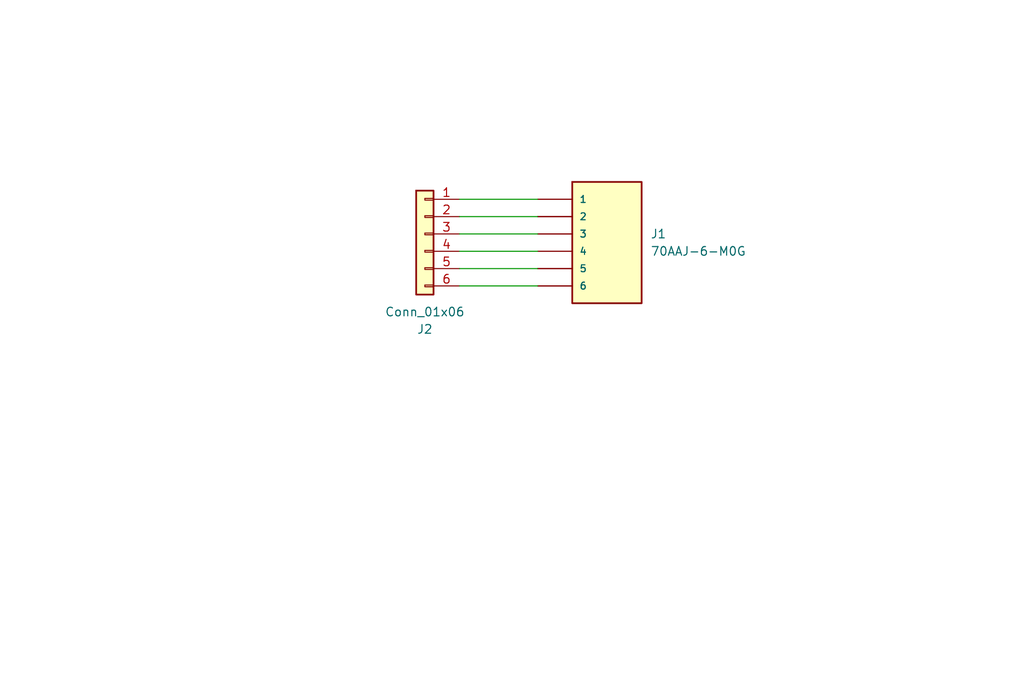
<source format=kicad_sch>
(kicad_sch (version 20211123) (generator eeschema)
  (paper "User" 150.012 99.9998)
  (lib_symbols
    (symbol "70AAJ-6-M0G:70AAJ-6-M0G" (pin_numbers hide) (pin_names (offset 1.016))
      (property "Reference" "J" (at -5.08 8.382 0))
      (property "Value" "70AAJ-6-M0G" (at -5.08 -12.7 0))
      (symbol "70AAJ-6-M0G_0_0"
        (rectangle (start -5.08 -10.16) (end 5.08 7.62) (stroke (width 0.254)) (fill (type background)))
        (pin passive line (at -10.16 5.08 0) (length 5.08) (name "1") (number "1"))
        (pin passive line (at -10.16 0 0) (length 5.08) (name "3") (number "10"))
        (pin passive line (at -10.16 2.54 0) (length 5.08) (name "2") (number "11"))
        (pin passive line (at -10.16 5.08 0) (length 5.08) (name "1") (number "12"))
        (pin passive line (at -10.16 2.54 0) (length 5.08) (name "2") (number "2"))
        (pin passive line (at -10.16 0 0) (length 5.08) (name "3") (number "3"))
        (pin passive line (at -10.16 -2.54 0) (length 5.08) (name "4") (number "4"))
        (pin passive line (at -10.16 -5.08 0) (length 5.08) (name "5") (number "5"))
        (pin passive line (at -10.16 -7.62 0) (length 5.08) (name "6") (number "6"))
        (pin passive line (at -10.16 -7.62 0) (length 5.08) (name "6") (number "7"))
        (pin passive line (at -10.16 -5.08 0) (length 5.08) (name "5") (number "8"))
        (pin passive line (at -10.16 -2.54 0) (length 5.08) (name "4") (number "9"))
      )
    )
    (symbol "Connector_Generic:Conn_01x06" (pin_names (offset 1.016) hide)
      (property "Reference" "J" (at 0 7.62 0))
      (property "Value" "Conn_01x06" (at 0 -10.16 0))
      (symbol "Conn_01x06_1_1"
        (rectangle (start -1.27 -7.493) (end 0 -7.747) (stroke (width 0.1524)))
        (rectangle (start -1.27 -4.953) (end 0 -5.207) (stroke (width 0.1524)))
        (rectangle (start -1.27 -2.413) (end 0 -2.667) (stroke (width 0.1524)))
        (rectangle (start -1.27 0.127) (end 0 -0.127) (stroke (width 0.1524)))
        (rectangle (start -1.27 2.667) (end 0 2.413) (stroke (width 0.1524)))
        (rectangle (start -1.27 5.207) (end 0 4.953) (stroke (width 0.1524)))
        (rectangle (start -1.27 6.35) (end 1.27 -8.89) (stroke (width 0.254)) (fill (type background)))
        (pin passive line (at -5.08 5.08 0) (length 3.81) (name "Pin_1") (number "1"))
        (pin passive line (at -5.08 2.54 0) (length 3.81) (name "Pin_2") (number "2"))
        (pin passive line (at -5.08 0 0) (length 3.81) (name "Pin_3") (number "3"))
        (pin passive line (at -5.08 -2.54 0) (length 3.81) (name "Pin_4") (number "4"))
        (pin passive line (at -5.08 -5.08 0) (length 3.81) (name "Pin_5") (number "5"))
        (pin passive line (at -5.08 -7.62 0) (length 3.81) (name "Pin_6") (number "6"))
      )
    )
  )
  (wire (pts (xy 67.31 34.29) (xy 78.74 34.29)))
  (wire (pts (xy 67.31 39.37) (xy 78.74 39.37)))
  (wire (pts (xy 67.31 29.21) (xy 78.74 29.21)))
  (wire (pts (xy 67.31 41.91) (xy 78.74 41.91)))
  (wire (pts (xy 67.31 31.75) (xy 78.74 31.75)))
  (wire (pts (xy 67.31 36.83) (xy 78.74 36.83)))
  (symbol (lib_id "70AAJ-6-M0G:70AAJ-6-M0G") (at 88.9 34.29 0) (unit 1)
    (property "Reference" "J1" (at 95.25 34.2899 0) (effects (justify left)))
    (property "Value" "70AAJ-6-M0G" (at 95.25 36.8299 0) (effects (justify left)))
    (property "Footprint" "BOURNS_70AAJ-6-M0G" (effects hide))
    (property "STANDARD" "Manufacturer Recommendations" (effects hide))
    (property "MANUFACTURER" "Bourns" (effects hide))
    (property "PARTREV" "REV. 11/17" (effects hide))
    (property "MAXIMUM_PACKAGE_HEIGHT" "3.99mm" (effects hide))
  )
  (symbol (lib_id "Connector_Generic:Conn_01x06") (at 62.23 34.29 0) (mirror y) (unit 1)
    (property "Reference" "J2" (at 62.23 48.26 0))
    (property "Value" "Conn_01x06" (at 62.23 45.72 0))
    (property "Footprint" "Connector_JST:JST_PH_S6B-PH-K_1x06_P2.00mm_Horizontal" (effects hide))
  )
)
</source>
